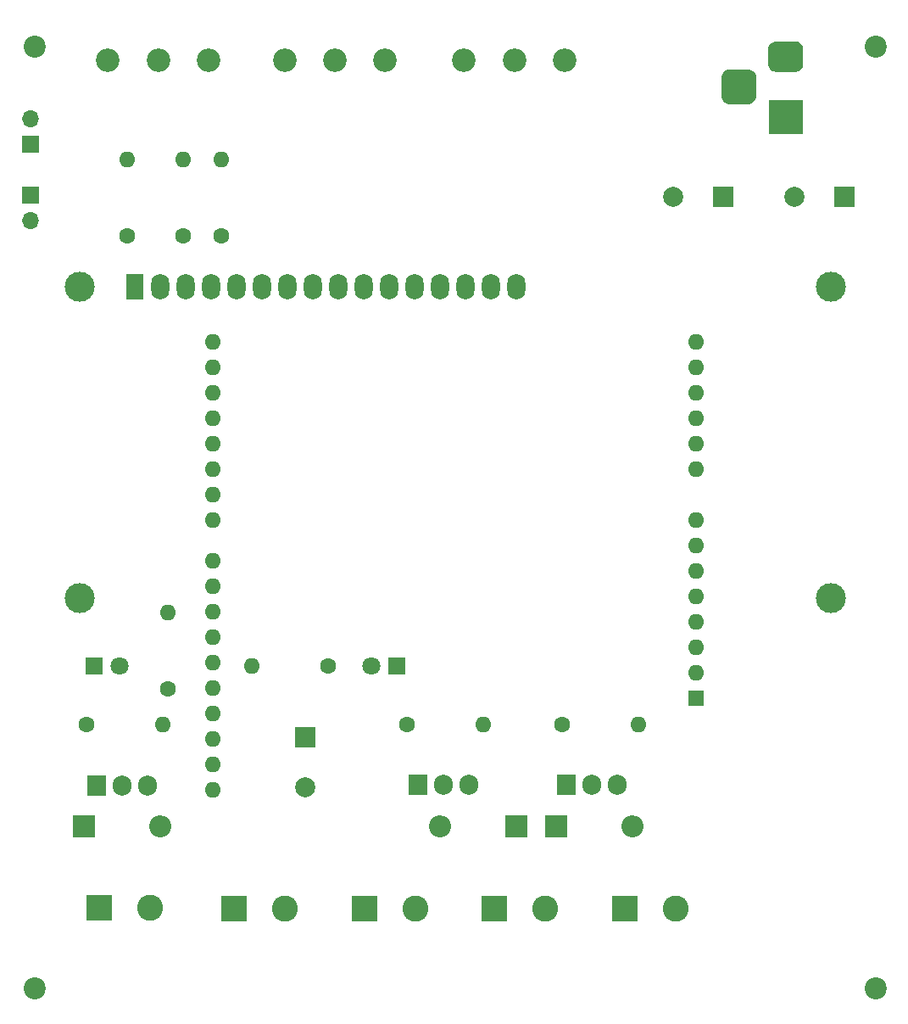
<source format=gbr>
G04 #@! TF.GenerationSoftware,KiCad,Pcbnew,(5.99.0-1109-gba7c8ed85)*
G04 #@! TF.CreationDate,2020-03-29T19:16:44-07:00*
G04 #@! TF.ProjectId,ventilator,76656e74-696c-4617-946f-722e6b696361,rev?*
G04 #@! TF.SameCoordinates,Original*
G04 #@! TF.FileFunction,Soldermask,Top*
G04 #@! TF.FilePolarity,Negative*
%FSLAX46Y46*%
G04 Gerber Fmt 4.6, Leading zero omitted, Abs format (unit mm)*
G04 Created by KiCad (PCBNEW (5.99.0-1109-gba7c8ed85)) date 2020-03-29 19:16:44*
%MOMM*%
%LPD*%
G01*
G04 APERTURE LIST*
%ADD10C,1.600000*%
%ADD11O,1.600000X1.600000*%
%ADD12R,2.000000X2.000000*%
%ADD13C,2.000000*%
%ADD14R,1.600000X1.600000*%
%ADD15C,2.600000*%
%ADD16R,2.600000X2.600000*%
%ADD17O,1.905000X2.000000*%
%ADD18R,1.905000X2.000000*%
%ADD19O,2.200000X2.200000*%
%ADD20R,2.200000X2.200000*%
%ADD21C,2.200000*%
%ADD22R,1.700000X1.700000*%
%ADD23O,1.700000X1.700000*%
%ADD24R,3.500000X3.500000*%
%ADD25C,2.340000*%
%ADD26R,1.800000X2.600000*%
%ADD27O,1.800000X2.600000*%
%ADD28C,3.000000*%
%ADD29R,1.800000X1.800000*%
%ADD30C,1.800000*%
G04 APERTURE END LIST*
D10*
X66846500Y-82594500D03*
D11*
X66846500Y-74974500D03*
X76244500Y-74974500D03*
D10*
X76244500Y-82594500D03*
D12*
X84626500Y-132632500D03*
D13*
X84626500Y-137632500D03*
D11*
X75394500Y-137890500D03*
X75394500Y-135350500D03*
D14*
X123654500Y-128750500D03*
D11*
X75394500Y-98270500D03*
X123654500Y-126210500D03*
X75394500Y-100810500D03*
X123654500Y-123670500D03*
X75394500Y-103350500D03*
X123654500Y-121130500D03*
X75394500Y-105890500D03*
X123654500Y-118590500D03*
X75394500Y-108430500D03*
X123654500Y-116050500D03*
X75394500Y-110970500D03*
X123654500Y-113510500D03*
X75394500Y-115030500D03*
X123654500Y-110970500D03*
X75394500Y-117570500D03*
X123654500Y-105890500D03*
X75394500Y-120110500D03*
X123654500Y-103350500D03*
X75394500Y-122650500D03*
X123654500Y-100810500D03*
X75394500Y-125190500D03*
X123654500Y-98270500D03*
X75394500Y-127730500D03*
X123654500Y-95730500D03*
X75394500Y-130270500D03*
X123654500Y-93190500D03*
X75394500Y-132810500D03*
X75394500Y-93190500D03*
X75394500Y-95730500D03*
X70402500Y-131362500D03*
D10*
X62782500Y-131362500D03*
D15*
X69192500Y-149654500D03*
D16*
X64112500Y-149654500D03*
D17*
X68878500Y-137458500D03*
X66338500Y-137458500D03*
D18*
X63798500Y-137458500D03*
D19*
X70148500Y-141522500D03*
D20*
X62528500Y-141522500D03*
D21*
X141654500Y-157750500D03*
X57654500Y-157750500D03*
X141654500Y-63750500D03*
X57654500Y-63750500D03*
D16*
X77574500Y-149776500D03*
D15*
X82654500Y-149776500D03*
D16*
X90574500Y-149776500D03*
D15*
X95654500Y-149776500D03*
D16*
X103574500Y-149776500D03*
D15*
X108654500Y-149776500D03*
D16*
X116574500Y-149776500D03*
D15*
X121654500Y-149776500D03*
D22*
X57194500Y-73450500D03*
D23*
X57194500Y-70910500D03*
D22*
X57194500Y-78530500D03*
D23*
X57194500Y-81070500D03*
D24*
X132654500Y-70750500D03*
G36*
X133827462Y-63270716D02*
G01*
X133991099Y-63330276D01*
X134136591Y-63425967D01*
X134256092Y-63552631D01*
X134343162Y-63703440D01*
X134393106Y-63870264D01*
X134404500Y-64000500D01*
X134404500Y-65500500D01*
X134384284Y-65673462D01*
X134324724Y-65837099D01*
X134229033Y-65982591D01*
X134102369Y-66102092D01*
X133951560Y-66189162D01*
X133784736Y-66239106D01*
X133654500Y-66250500D01*
X131654500Y-66250500D01*
X131481538Y-66230284D01*
X131317901Y-66170724D01*
X131172409Y-66075033D01*
X131052908Y-65948369D01*
X130965838Y-65797560D01*
X130915894Y-65630736D01*
X130904500Y-65500500D01*
X130904500Y-64000500D01*
X130924716Y-63827538D01*
X130984276Y-63663901D01*
X131079967Y-63518409D01*
X131206631Y-63398908D01*
X131357440Y-63311838D01*
X131524264Y-63261894D01*
X131654500Y-63250500D01*
X133654500Y-63250500D01*
X133827462Y-63270716D01*
G37*
G36*
X129017599Y-66020957D02*
G01*
X129196903Y-66081372D01*
X129359027Y-66178919D01*
X129496392Y-66309037D01*
X129602573Y-66465643D01*
X129672606Y-66641413D01*
X129704500Y-66875500D01*
X129704500Y-68625500D01*
X129684043Y-68813599D01*
X129623628Y-68992903D01*
X129526081Y-69155027D01*
X129395963Y-69292392D01*
X129239357Y-69398573D01*
X129063587Y-69468606D01*
X128829500Y-69500500D01*
X127079500Y-69500500D01*
X126891401Y-69480043D01*
X126712097Y-69419628D01*
X126549973Y-69322081D01*
X126412608Y-69191963D01*
X126306427Y-69035357D01*
X126236394Y-68859587D01*
X126204500Y-68625500D01*
X126204500Y-66875500D01*
X126224957Y-66687401D01*
X126285372Y-66508097D01*
X126382919Y-66345973D01*
X126513037Y-66208608D01*
X126669643Y-66102427D01*
X126845413Y-66032394D01*
X127079500Y-66000500D01*
X128829500Y-66000500D01*
X129017599Y-66020957D01*
G37*
D12*
X138474500Y-78750500D03*
D13*
X133474500Y-78750500D03*
D12*
X126409500Y-78750500D03*
D13*
X121409500Y-78750500D03*
D25*
X64974500Y-65068500D03*
X69974500Y-65068500D03*
X74974500Y-65068500D03*
X82654500Y-65068500D03*
X87654500Y-65068500D03*
X92654500Y-65068500D03*
X100534500Y-65068500D03*
X105534500Y-65068500D03*
X110534500Y-65068500D03*
D10*
X72434500Y-82594500D03*
D11*
X72434500Y-74974500D03*
D10*
X94786500Y-131357500D03*
D11*
X102406500Y-131357500D03*
D10*
X110325500Y-131362500D03*
D11*
X117945500Y-131362500D03*
D10*
X86912500Y-125520500D03*
D11*
X79292500Y-125520500D03*
D10*
X70910500Y-127806500D03*
D11*
X70910500Y-120186500D03*
D18*
X95920500Y-137442500D03*
D17*
X98460500Y-137442500D03*
X101000500Y-137442500D03*
D18*
X110765500Y-137447500D03*
D17*
X113305500Y-137447500D03*
X115845500Y-137447500D03*
D26*
X67654500Y-87750500D03*
D27*
X70194500Y-87750500D03*
X72734500Y-87750500D03*
X75274500Y-87750500D03*
X77814500Y-87750500D03*
X80354500Y-87750500D03*
X82894500Y-87750500D03*
X85434500Y-87750500D03*
X87974500Y-87750500D03*
X90514500Y-87750500D03*
X93054500Y-87750500D03*
X95594500Y-87750500D03*
X98134500Y-87750500D03*
X100674500Y-87750500D03*
X103214500Y-87750500D03*
X105754500Y-87750500D03*
D28*
X62155400Y-87750500D03*
X62155400Y-118751200D03*
X137153980Y-118751200D03*
X137154500Y-87750500D03*
D20*
X105708500Y-141522500D03*
D19*
X98088500Y-141522500D03*
D20*
X109765500Y-141527500D03*
D19*
X117385500Y-141527500D03*
D29*
X93770500Y-125520500D03*
D30*
X91230500Y-125520500D03*
D29*
X63544500Y-125520500D03*
D30*
X66084500Y-125520500D03*
M02*

</source>
